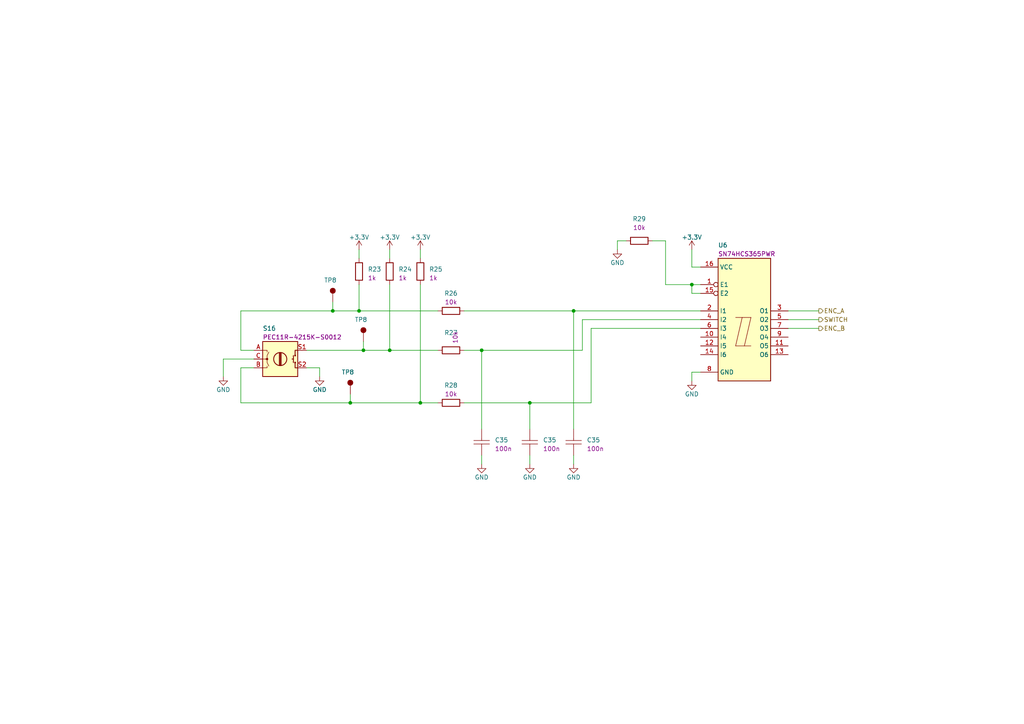
<source format=kicad_sch>
(kicad_sch (version 20230121) (generator eeschema)
  (paper "A4")
  (lib_symbols
    (symbol "KD_Capacitor:C_0603_100n_X7R_50V" (pin_numbers hide) (pin_names hide)
      (property "Reference" "C" (at 2.54 1.27 0))
      (property "Code" "100n" (at 2.54 -1.27 0))
      (symbol "C_0603_100n_X7R_50V_0_1"
        (polyline (pts (xy -2.286 -0.508) (xy 2.286 -0.508)))
        (polyline (pts (xy -2.286 0.508) (xy 2.286 0.508)))
        (polyline (pts (xy 0 -0.508) (xy 0 -1.016)))
        (polyline (pts (xy 0 0.508) (xy 0 1.016)))
      )
      (symbol "C_0603_100n_X7R_50V_1_1"
        (pin passive line (at 0 3.81 270) (length 2.794) (name "~") (number "1"))
        (pin passive line (at 0 -3.81 90) (length 2.794) (name "~") (number "2"))
      )
    )
    (symbol "KD_Connector_Pads:TestPoint_2.5mm_Round" (pin_numbers hide) (pin_names hide)
      (property "Reference" "TP" (at 0 5.08 0))
      (symbol "TestPoint_2.5mm_Round_0_1"
        (circle (center 0 3.302) (radius 0.762) (fill (type outline)))
      )
      (symbol "TestPoint_2.5mm_Round_1_1"
        (pin passive line (at 0 0 90) (length 2.54) (name "1") (number "1"))
      )
    )
    (symbol "KD_IC_Buffer_Driver_Interface:Schmitt_6CH_SN74HCS365PWR"
      (property "Reference" "U" (at 5.08 6.35 0))
      (property "Code" "SN74HCS365PWR" (at 5.08 3.81 0))
      (symbol "Schmitt_6CH_SN74HCS365PWR_0_1"
        (polyline (pts (xy 10.16 -22.86) (xy 14.605 -22.86)))
        (polyline (pts (xy 10.16 -14.605) (xy 14.605 -14.605)))
        (polyline (pts (xy 12.065 -14.605) (xy 10.16 -22.86)))
        (polyline (pts (xy 14.605 -14.605) (xy 12.7 -22.86)))
      )
      (symbol "Schmitt_6CH_SN74HCS365PWR_1_0"
        (pin input inverted (at 0 -5.08 0) (length 5.08) (name "E1") (number "1"))
        (pin input line (at 0 -20.32 0) (length 5.08) (name "I4") (number "10"))
        (pin tri_state line (at 25.4 -22.86 180) (length 5.08) (name "O5") (number "11"))
        (pin input line (at 0 -22.86 0) (length 5.08) (name "I5") (number "12"))
        (pin tri_state line (at 25.4 -25.4 180) (length 5.08) (name "O6") (number "13"))
        (pin input line (at 0 -25.4 0) (length 5.08) (name "I6") (number "14"))
        (pin input inverted (at 0 -7.62 0) (length 5.08) (name "E2") (number "15"))
        (pin power_in line (at 0 0 0) (length 5.08) (name "VCC") (number "16"))
        (pin input line (at 0 -12.7 0) (length 5.08) (name "I1") (number "2"))
        (pin tri_state line (at 25.4 -12.7 180) (length 5.08) (name "O1") (number "3"))
        (pin input line (at 0 -15.24 0) (length 5.08) (name "I2") (number "4"))
        (pin tri_state line (at 25.4 -15.24 180) (length 5.08) (name "O2") (number "5"))
        (pin input line (at 0 -17.78 0) (length 5.08) (name "I3") (number "6"))
        (pin tri_state line (at 25.4 -17.78 180) (length 5.08) (name "O3") (number "7"))
        (pin power_in line (at 0 -30.48 0) (length 5.08) (name "GND") (number "8"))
        (pin tri_state line (at 25.4 -20.32 180) (length 5.08) (name "O4") (number "9"))
      )
      (symbol "Schmitt_6CH_SN74HCS365PWR_1_1"
        (rectangle (start 5.08 2.54) (end 20.32 -33.02) (stroke (width 0.254)) (fill (type background)))
      )
    )
    (symbol "KD_Resistor:R_0603_10k_1%" (pin_numbers hide) (pin_names hide)
      (property "Reference" "R" (at 1.905 1.27 0))
      (property "Code" "10k" (at 1.905 -1.27 0))
      (symbol "R_0603_10k_1%_0_1"
        (rectangle (start -1.016 -2.54) (end 1.016 2.54) (stroke (width 0.254)))
      )
      (symbol "R_0603_10k_1%_1_1"
        (pin passive line (at 0 3.81 270) (length 1.27) (name "~") (number "1"))
        (pin passive line (at 0 -3.81 90) (length 1.27) (name "~") (number "2"))
      )
    )
    (symbol "KD_Resistor:R_0603_1k_1%" (pin_numbers hide) (pin_names hide)
      (property "Reference" "R" (at 1.905 1.27 0))
      (property "Code" "1k" (at 1.905 -1.27 0))
      (symbol "R_0603_1k_1%_0_1"
        (rectangle (start -1.016 -2.54) (end 1.016 2.54) (stroke (width 0.254)))
      )
      (symbol "R_0603_1k_1%_1_1"
        (pin passive line (at 0 3.81 270) (length 1.27) (name "~") (number "1"))
        (pin passive line (at 0 -3.81 90) (length 1.27) (name "~") (number "2"))
      )
    )
    (symbol "KD_Switch:Encoder_Incremental_Bourns_PEC11R-4215K-S0012" (pin_names hide)
      (property "Reference" "S" (at -5.08 8.89 0))
      (property "Value" "PEC11R-4215K-S0012" (at -5.08 6.604 0))
      (symbol "Encoder_Incremental_Bourns_PEC11R-4215K-S0012_0_1"
        (rectangle (start -5.08 5.08) (end 5.08 -5.08) (stroke (width 0.254)) (fill (type background)))
        (circle (center -3.81 0) (radius 0.254) (fill (type outline)))
        (polyline (pts (xy -0.254 -1.778) (xy -0.254 1.778)) (stroke (width 0.254)))
        (polyline (pts (xy 0 -1.778) (xy 0 1.778)) (stroke (width 0.254)))
        (polyline (pts (xy 0.254 1.778) (xy 0.254 -1.778)) (stroke (width 0.254)))
        (polyline (pts (xy 3.81 0) (xy 3.429 0)) (stroke (width 0.254)))
        (polyline (pts (xy 3.81 1.016) (xy 3.81 -1.016)) (stroke (width 0.254)))
        (polyline (pts (xy -5.08 -2.54) (xy -3.81 -2.54) (xy -3.81 -2.032)))
        (polyline (pts (xy -5.08 2.54) (xy -3.81 2.54) (xy -3.81 2.032)))
        (polyline (pts (xy 5.08 -2.54) (xy 4.318 -2.54) (xy 4.318 -1.016)) (stroke (width 0.254)))
        (polyline (pts (xy 5.08 2.54) (xy 4.318 2.54) (xy 4.318 1.016)) (stroke (width 0.254)))
        (polyline (pts (xy -5.08 0) (xy -3.81 0) (xy -3.81 -1.016) (xy -3.302 -2.032)))
        (polyline (pts (xy -4.318 0) (xy -3.81 0) (xy -3.81 1.016) (xy -3.302 2.032)))
        (circle (center 0 0) (radius 1.905) (stroke (width 0.254)))
        (circle (center 4.318 -1.016) (radius 0.127) (stroke (width 0.254)))
        (circle (center 4.318 1.016) (radius 0.127) (stroke (width 0.254)))
      )
      (symbol "Encoder_Incremental_Bourns_PEC11R-4215K-S0012_1_1"
        (pin passive line (at -7.62 2.54 0) (length 2.54) (name "A") (number "A"))
        (pin passive line (at -7.62 -2.54 0) (length 2.54) (name "B") (number "B"))
        (pin passive line (at -7.62 0 0) (length 2.54) (name "C") (number "C"))
        (pin passive line (at 7.62 2.54 180) (length 2.54) (name "S1") (number "S1"))
        (pin passive line (at 7.62 -2.54 180) (length 2.54) (name "S2") (number "S2"))
      )
    )
    (symbol "power:+3.3V" (power) (pin_names (offset 0))
      (property "Value" "+3.3V" (at 0 3.556 0))
      (symbol "+3.3V_0_1"
        (polyline (pts (xy -0.762 1.27) (xy 0 2.54)))
        (polyline (pts (xy 0 0) (xy 0 2.54)))
        (polyline (pts (xy 0 2.54) (xy 0.762 1.27)))
      )
      (symbol "+3.3V_1_1"
        (pin power_in line (at 0 0 90) (length 0) hide (name "+3.3V") (number "1"))
      )
    )
    (symbol "power:GND" (power) (pin_names (offset 0))
      (property "Value" "GND" (at 0 -3.81 0))
      (symbol "GND_0_1"
        (polyline (pts (xy 0 0) (xy 0 -1.27) (xy 1.27 -1.27) (xy 0 -2.54) (xy -1.27 -1.27) (xy 0 -1.27)))
      )
      (symbol "GND_1_1"
        (pin power_in line (at 0 0 270) (length 0) hide (name "GND") (number "1"))
      )
    )
  )
  (junction (at 113.03 101.6))
  (junction (at 101.6 116.84))
  (junction (at 96.52 90.17))
  (junction (at 139.7 101.6))
  (junction (at 200.66 82.55))
  (junction (at 105.41 101.6))
  (junction (at 104.14 90.17))
  (junction (at 153.67 116.84))
  (junction (at 121.92 116.84))
  (junction (at 166.37 90.17))
  (wire (pts (xy 139.7 132.08) (xy 139.7 134.62)))
  (wire (pts (xy 153.67 132.08) (xy 153.67 134.62)))
  (wire (pts (xy 121.92 116.84) (xy 127 116.84)))
  (wire (pts (xy 200.66 77.47) (xy 203.2 77.47)))
  (wire (pts (xy 134.62 116.84) (xy 153.67 116.84)))
  (wire (pts (xy 73.66 106.68) (xy 69.85 106.68)))
  (wire (pts (xy 237.49 95.25) (xy 228.6 95.25)))
  (wire (pts (xy 134.62 101.6) (xy 139.7 101.6)))
  (wire (pts (xy 237.49 90.17) (xy 228.6 90.17)))
  (wire (pts (xy 69.85 106.68) (xy 69.85 116.84)))
  (wire (pts (xy 166.37 90.17) (xy 166.37 124.46)))
  (wire (pts (xy 139.7 101.6) (xy 168.91 101.6)))
  (wire (pts (xy 92.71 106.68) (xy 92.71 109.22)))
  (wire (pts (xy 73.66 101.6) (xy 69.85 101.6)))
  (wire (pts (xy 179.07 69.85) (xy 179.07 72.39)))
  (wire (pts (xy 73.66 104.14) (xy 64.77 104.14)))
  (wire (pts (xy 168.91 92.71) (xy 203.2 92.71)))
  (wire (pts (xy 171.45 116.84) (xy 171.45 95.25)))
  (wire (pts (xy 237.49 92.71) (xy 228.6 92.71)))
  (wire (pts (xy 69.85 90.17) (xy 96.52 90.17)))
  (wire (pts (xy 203.2 107.95) (xy 200.66 107.95)))
  (wire (pts (xy 200.66 82.55) (xy 203.2 82.55)))
  (wire (pts (xy 88.9 106.68) (xy 92.71 106.68)))
  (wire (pts (xy 113.03 82.55) (xy 113.03 101.6)))
  (wire (pts (xy 96.52 87.63) (xy 96.52 90.17)))
  (wire (pts (xy 121.92 72.39) (xy 121.92 74.93)))
  (wire (pts (xy 105.41 99.06) (xy 105.41 101.6)))
  (wire (pts (xy 193.04 69.85) (xy 193.04 82.55)))
  (wire (pts (xy 171.45 95.25) (xy 203.2 95.25)))
  (wire (pts (xy 200.66 85.09) (xy 200.66 82.55)))
  (wire (pts (xy 193.04 82.55) (xy 200.66 82.55)))
  (wire (pts (xy 181.61 69.85) (xy 179.07 69.85)))
  (wire (pts (xy 96.52 90.17) (xy 104.14 90.17)))
  (wire (pts (xy 166.37 90.17) (xy 203.2 90.17)))
  (wire (pts (xy 139.7 101.6) (xy 139.7 124.46)))
  (wire (pts (xy 134.62 90.17) (xy 166.37 90.17)))
  (wire (pts (xy 69.85 116.84) (xy 101.6 116.84)))
  (wire (pts (xy 168.91 101.6) (xy 168.91 92.71)))
  (wire (pts (xy 153.67 116.84) (xy 171.45 116.84)))
  (wire (pts (xy 200.66 72.39) (xy 200.66 77.47)))
  (wire (pts (xy 113.03 72.39) (xy 113.03 74.93)))
  (wire (pts (xy 113.03 101.6) (xy 127 101.6)))
  (wire (pts (xy 104.14 82.55) (xy 104.14 90.17)))
  (wire (pts (xy 203.2 85.09) (xy 200.66 85.09)))
  (wire (pts (xy 200.66 107.95) (xy 200.66 110.49)))
  (wire (pts (xy 121.92 82.55) (xy 121.92 116.84)))
  (wire (pts (xy 64.77 104.14) (xy 64.77 109.22)))
  (wire (pts (xy 101.6 116.84) (xy 121.92 116.84)))
  (wire (pts (xy 153.67 116.84) (xy 153.67 124.46)))
  (wire (pts (xy 189.23 69.85) (xy 193.04 69.85)))
  (wire (pts (xy 104.14 72.39) (xy 104.14 74.93)))
  (wire (pts (xy 166.37 132.08) (xy 166.37 134.62)))
  (wire (pts (xy 88.9 101.6) (xy 105.41 101.6)))
  (wire (pts (xy 101.6 114.3) (xy 101.6 116.84)))
  (wire (pts (xy 104.14 90.17) (xy 127 90.17)))
  (wire (pts (xy 69.85 101.6) (xy 69.85 90.17)))
  (wire (pts (xy 105.41 101.6) (xy 113.03 101.6)))
  (hierarchical_label "SWITCH" (shape output) (at 237.49 92.71 0))
  (hierarchical_label "ENC_A" (shape output) (at 237.49 90.17 0))
  (hierarchical_label "ENC_B" (shape output) (at 237.49 95.25 0))
  (symbol (lib_id "KD_Connector_Pads:TestPoint_2.5mm_Round") (at 101.6 114.3 0) (unit 1)
    (property "Reference" "TP8" (at 99.06 107.95 0) (effects (justify left)))
    (property "Value" "TestPoint_2.5mm_Round" (effects hide))
    (property "Footprint" "KD_Connector_Pads:TestPoint_Pad_D2.5mm" (effects hide))
    (property "Datasheet" "DNP" (effects hide))
    (property "Value" "TestPoint_2.5mm_Round" (effects hide))
    (property "Code" "DNP" (effects hide))
    (property "Manufacturer" "DNP" (effects hide))
    (property "MFG_PartNo" "DNP" (effects hide))
    (property "Supplier" "DNP" (effects hide))
    (property "Supplier_PartNo" "DNP" (effects hide))
    (property "DNP" "T" (effects hide))
    (property "Price" "0.00" (effects hide))
    (instances (project "000052 RCCON" (path "" (reference "TP8") (unit 1))) (project "000018 PGKB" (path "" (reference "TP15") (unit 1))))
  )
  (symbol (lib_id "power:GND") (at 139.7 134.62 0) (mirror y) (unit 1)
    (property "Reference" "#GND03" (effects hide))
    (property "Value" "GND" (at 139.7 138.43 0))
    (instances (project "000052 RCCON" (path "" (reference "#GND03") (unit 1))) (project "000018 PGKB" (path "" (reference "#GND026") (unit 1))))
  )
  (symbol (lib_id "KD_Capacitor:C_0603_100n_X7R_50V") (at 166.37 128.27 180) (unit 1)
    (property "Reference" "C35" (at 170.18 127.635 0) (effects (justify right)))
    (property "Value" "C_0603_100n_X7R_50V" (effects hide))
    (property "Footprint" "KD_Capacitor:CAPC1608X90N" (effects hide))
    (property "Datasheet" "http://www.samsungsem.com/kr/support/product-search/mlcc/CL10B104KB8NNWC.jsp" (effects hide))
    (property "Value" "C_0603_100n_X7R_50V" (effects hide))
    (property "Code" "100n" (at 170.18 130.175 0) (effects (justify right)))
    (property "Manufacturer" "Samsung" (effects hide))
    (property "MFG_PartNo" "CL10B104KB8NNWC" (effects hide))
    (property "Supplier" "Digi-Key" (effects hide))
    (property "Supplier_PartNo" "1276-1935-1-ND" (effects hide))
    (property "DNP" "F" (effects hide))
    (property "Price" "0.01" (effects hide))
    (instances (project "000052 RCCON" (path "" (reference "C35") (unit 1))) (project "000018 PGKB" (path "" (reference "C34") (unit 1))))
  )
  (symbol (lib_id "power:GND") (at 64.77 109.22 0) (mirror y) (unit 1)
    (property "Reference" "#GND03" (effects hide))
    (property "Value" "GND" (at 64.77 113.03 0))
    (instances (project "000052 RCCON" (path "" (reference "#GND03") (unit 1))) (project "000018 PGKB" (path "" (reference "#GND024") (unit 1))))
  )
  (symbol (lib_id "power:+3.3V") (at 104.14 72.39 0) (unit 1)
    (property "Reference" "#PWR010" (effects hide))
    (property "Value" "+3.3V" (at 104.14 68.834 0))
    (instances (project "000018 PGKB" (path "" (reference "#PWR024") (unit 1))))
  )
  (symbol (lib_id "power:GND") (at 179.07 72.39 0) (mirror y) (unit 1)
    (property "Reference" "#GND03" (effects hide))
    (property "Value" "GND" (at 179.07 76.2 0))
    (instances (project "000052 RCCON" (path "" (reference "#GND03") (unit 1))) (project "000018 PGKB" (path "" (reference "#GND029") (unit 1))))
  )
  (symbol (lib_id "KD_Connector_Pads:TestPoint_2.5mm_Round") (at 96.52 87.63 0) (unit 1)
    (property "Reference" "TP8" (at 93.98 81.28 0) (effects (justify left)))
    (property "Value" "TestPoint_2.5mm_Round" (effects hide))
    (property "Footprint" "KD_Connector_Pads:TestPoint_Pad_D2.5mm" (effects hide))
    (property "Datasheet" "DNP" (effects hide))
    (property "Value" "TestPoint_2.5mm_Round" (effects hide))
    (property "Code" "DNP" (effects hide))
    (property "Manufacturer" "DNP" (effects hide))
    (property "MFG_PartNo" "DNP" (effects hide))
    (property "Supplier" "DNP" (effects hide))
    (property "Supplier_PartNo" "DNP" (effects hide))
    (property "DNP" "T" (effects hide))
    (property "Price" "0.00" (effects hide))
    (instances (project "000052 RCCON" (path "" (reference "TP8") (unit 1))) (project "000018 PGKB" (path "" (reference "TP14") (unit 1))))
  )
  (symbol (lib_id "power:GND") (at 166.37 134.62 0) (mirror y) (unit 1)
    (property "Reference" "#GND03" (effects hide))
    (property "Value" "GND" (at 166.37 138.43 0))
    (instances (project "000052 RCCON" (path "" (reference "#GND03") (unit 1))) (project "000018 PGKB" (path "" (reference "#GND028") (unit 1))))
  )
  (symbol (lib_id "KD_Resistor:R_0603_10k_1%") (at 130.81 90.17 90) (unit 1)
    (property "Reference" "R21" (at 130.81 85.09 90))
    (property "Value" "10k" (effects hide))
    (property "Footprint" "KD_Resistor:RESC1608X55N" (effects hide))
    (property "Datasheet" "https://www.seielect.com/Catalog/SEI-RMCF_RMCP.pdf" (effects hide))
    (property "Code" "10k" (at 130.81 87.63 90))
    (property "Manufacturer" "Stackpole Electronics Inc" (effects hide))
    (property "MFG_PartNo" "RMCF0603FT10K0" (effects hide))
    (property "Supplier" "Digi-Key" (effects hide))
    (property "Supplier_PartNo" "RMCF0603FT10K0CT-ND" (effects hide))
    (property "DNP" "F" (effects hide))
    (property "Price" "0.01" (effects hide))
    (instances (project "000018 PGKB" (path "" (reference "R26") (unit 1))))
  )
  (symbol (lib_id "power:GND") (at 92.71 109.22 0) (mirror y) (unit 1)
    (property "Reference" "#GND03" (effects hide))
    (property "Value" "GND" (at 92.71 113.03 0))
    (instances (project "000052 RCCON" (path "" (reference "#GND03") (unit 1))) (project "000018 PGKB" (path "" (reference "#GND025") (unit 1))))
  )
  (symbol (lib_id "KD_Resistor:R_0603_10k_1%") (at 130.81 116.84 90) (unit 1)
    (property "Reference" "R22" (at 130.81 111.76 90))
    (property "Value" "10k" (effects hide))
    (property "Footprint" "KD_Resistor:RESC1608X55N" (effects hide))
    (property "Datasheet" "https://www.seielect.com/Catalog/SEI-RMCF_RMCP.pdf" (effects hide))
    (property "Code" "10k" (at 130.81 114.3 90))
    (property "Manufacturer" "Stackpole Electronics Inc" (effects hide))
    (property "MFG_PartNo" "RMCF0603FT10K0" (effects hide))
    (property "Supplier" "Digi-Key" (effects hide))
    (property "Supplier_PartNo" "RMCF0603FT10K0CT-ND" (effects hide))
    (property "DNP" "F" (effects hide))
    (property "Price" "0.01" (effects hide))
    (instances (project "000018 PGKB" (path "" (reference "R28") (unit 1))))
  )
  (symbol (lib_id "KD_Capacitor:C_0603_100n_X7R_50V") (at 153.67 128.27 180) (unit 1)
    (property "Reference" "C35" (at 157.48 127.635 0) (effects (justify right)))
    (property "Value" "C_0603_100n_X7R_50V" (effects hide))
    (property "Footprint" "KD_Capacitor:CAPC1608X90N" (effects hide))
    (property "Datasheet" "http://www.samsungsem.com/kr/support/product-search/mlcc/CL10B104KB8NNWC.jsp" (effects hide))
    (property "Value" "C_0603_100n_X7R_50V" (effects hide))
    (property "Code" "100n" (at 157.48 130.175 0) (effects (justify right)))
    (property "Manufacturer" "Samsung" (effects hide))
    (property "MFG_PartNo" "CL10B104KB8NNWC" (effects hide))
    (property "Supplier" "Digi-Key" (effects hide))
    (property "Supplier_PartNo" "1276-1935-1-ND" (effects hide))
    (property "DNP" "F" (effects hide))
    (property "Price" "0.01" (effects hide))
    (instances (project "000052 RCCON" (path "" (reference "C35") (unit 1))) (project "000018 PGKB" (path "" (reference "C33") (unit 1))))
  )
  (symbol (lib_id "KD_Resistor:R_0603_1k_1%") (at 121.92 78.74 0) (unit 1)
    (property "Reference" "R20" (at 124.46 78.105 0) (effects (justify left)))
    (property "Value" "R_0603_1k_1%" (effects hide))
    (property "Footprint" "KD_Resistor:RESC1608X55N" (effects hide))
    (property "Datasheet" "https://www.seielect.com/Catalog/SEI-RMCF_RMCP.pdf" (effects hide))
    (property "Code" "1k" (at 124.46 80.645 0) (effects (justify left)))
    (property "Manufacturer" "Stackpole Electronics Inc" (effects hide))
    (property "MFG_PartNo" "RMCF0603JT1K00" (effects hide))
    (property "Supplier" "Digi-Key" (effects hide))
    (property "Supplier_PartNo" "RMCF0603JT1K00CT-ND" (effects hide))
    (property "DNP" "F" (effects hide))
    (property "Price" "0.01" (effects hide))
    (instances (project "000018 PGKB" (path "" (reference "R25") (unit 1))))
  )
  (symbol (lib_id "power:+3.3V") (at 200.66 72.39 0) (unit 1)
    (property "Reference" "#PWR010" (effects hide))
    (property "Value" "+3.3V" (at 200.66 68.834 0))
    (instances (project "000018 PGKB" (path "" (reference "#PWR027") (unit 1))))
  )
  (symbol (lib_id "KD_IC_Buffer_Driver_Interface:Schmitt_6CH_SN74HCS365PWR") (at 203.2 77.47 0) (unit 1)
    (property "Reference" "U11" (at 208.28 71.12 0) (effects (justify left)))
    (property "Value" "SN74HCS365PWR" (effects hide))
    (property "Footprint" "KD_Package_SO:SOP65P600X150-16N" (effects hide))
    (property "Datasheet" "https://www.ti.com/lit/ds/symlink/sn74hcs365.pdf" (effects hide))
    (property "Code" "SN74HCS365PWR" (at 208.28 73.66 0) (effects (justify left)))
    (property "Manufacturer" "Texas Instruments" (effects hide))
    (property "MFG_PartNo" "SN74HCS365PWR" (effects hide))
    (property "Supplier" "Digi-Key" (effects hide))
    (property "Supplier_PartNo" "296-SN74HCS365PWRCT-ND" (effects hide))
    (property "DNP" "F" (effects hide))
    (property "Price" "0.4" (effects hide))
    (instances (project "000018 PGKB" (path "" (reference "U6") (unit 1))))
  )
  (symbol (lib_id "power:+3.3V") (at 121.92 72.39 0) (unit 1)
    (property "Reference" "#PWR010" (effects hide))
    (property "Value" "+3.3V" (at 121.92 68.834 0))
    (instances (project "000018 PGKB" (path "" (reference "#PWR026") (unit 1))))
  )
  (symbol (lib_id "KD_Switch:Encoder_Incremental_Bourns_PEC11R-4215K-S0012") (at 81.28 104.14 0) (unit 1)
    (property "Reference" "S2" (at 76.2 95.25 0) (effects (justify left)))
    (property "Value" "symbol_template" (effects hide))
    (property "Footprint" "KD_Switch:RotaryEncoder_Bourns_Vertical_PEC11R-4x15f-Sxxxx" (effects hide))
    (property "Datasheet" "https://www.bourns.com/docs/Product-Datasheets/PEC11R.pdf" (effects hide))
    (property "Code" "PEC11R-4215K-S0012" (at 76.2 97.79 0) (effects (justify left)))
    (property "Manufacturer" "Bourns Inc." (effects hide))
    (property "MFG_PartNo" "PEC11R-4215K-S0012" (effects hide))
    (property "Supplier" "Digi-Key" (effects hide))
    (property "Supplier_PartNo" "PEC11R-4215K-S0012-ND" (effects hide))
    (property "DNP" "F" (effects hide))
    (property "Price" "1.9" (effects hide))
    (instances (project "000018 PGKB" (path "" (reference "S16") (unit 1))))
  )
  (symbol (lib_id "KD_Resistor:R_0603_1k_1%") (at 104.14 78.74 0) (unit 1)
    (property "Reference" "R24" (at 106.68 78.105 0) (effects (justify left)))
    (property "Value" "R_0603_1k_1%" (effects hide))
    (property "Footprint" "KD_Resistor:RESC1608X55N" (effects hide))
    (property "Datasheet" "https://www.seielect.com/Catalog/SEI-RMCF_RMCP.pdf" (effects hide))
    (property "Code" "1k" (at 106.68 80.645 0) (effects (justify left)))
    (property "Manufacturer" "Stackpole Electronics Inc" (effects hide))
    (property "MFG_PartNo" "RMCF0603JT1K00" (effects hide))
    (property "Supplier" "Digi-Key" (effects hide))
    (property "Supplier_PartNo" "RMCF0603JT1K00CT-ND" (effects hide))
    (property "DNP" "F" (effects hide))
    (property "Price" "0.01" (effects hide))
    (instances (project "000018 PGKB" (path "" (reference "R23") (unit 1))))
  )
  (symbol (lib_id "KD_Capacitor:C_0603_100n_X7R_50V") (at 139.7 128.27 180) (unit 1)
    (property "Reference" "C35" (at 143.51 127.635 0) (effects (justify right)))
    (property "Value" "C_0603_100n_X7R_50V" (effects hide))
    (property "Footprint" "KD_Capacitor:CAPC1608X90N" (effects hide))
    (property "Datasheet" "http://www.samsungsem.com/kr/support/product-search/mlcc/CL10B104KB8NNWC.jsp" (effects hide))
    (property "Value" "C_0603_100n_X7R_50V" (effects hide))
    (property "Code" "100n" (at 143.51 130.175 0) (effects (justify right)))
    (property "Manufacturer" "Samsung" (effects hide))
    (property "MFG_PartNo" "CL10B104KB8NNWC" (effects hide))
    (property "Supplier" "Digi-Key" (effects hide))
    (property "Supplier_PartNo" "1276-1935-1-ND" (effects hide))
    (property "DNP" "F" (effects hide))
    (property "Price" "0.01" (effects hide))
    (instances (project "000052 RCCON" (path "" (reference "C35") (unit 1))) (project "000018 PGKB" (path "" (reference "C32") (unit 1))))
  )
  (symbol (lib_id "power:+3.3V") (at 113.03 72.39 0) (unit 1)
    (property "Reference" "#PWR010" (effects hide))
    (property "Value" "+3.3V" (at 113.03 68.834 0))
    (instances (project "000018 PGKB" (path "" (reference "#PWR025") (unit 1))))
  )
  (symbol (lib_id "KD_Resistor:R_0603_10k_1%") (at 185.42 69.85 90) (unit 1)
    (property "Reference" "R26" (at 185.42 63.5 90))
    (property "Value" "10k" (effects hide))
    (property "Footprint" "KD_Resistor:RESC1608X55N" (effects hide))
    (property "Datasheet" "https://www.seielect.com/Catalog/SEI-RMCF_RMCP.pdf" (effects hide))
    (property "Code" "10k" (at 185.42 66.04 90))
    (property "Manufacturer" "Stackpole Electronics Inc" (effects hide))
    (property "MFG_PartNo" "RMCF0603FT10K0" (effects hide))
    (property "Supplier" "Digi-Key" (effects hide))
    (property "Supplier_PartNo" "RMCF0603FT10K0CT-ND" (effects hide))
    (property "DNP" "F" (effects hide))
    (property "Price" "0.01" (effects hide))
    (instances (project "000018 PGKB" (path "" (reference "R29") (unit 1))))
  )
  (symbol (lib_id "KD_Connector_Pads:TestPoint_2.5mm_Round") (at 105.41 99.06 0) (unit 1)
    (property "Reference" "TP8" (at 102.87 92.71 0) (effects (justify left)))
    (property "Value" "TestPoint_2.5mm_Round" (effects hide))
    (property "Footprint" "KD_Connector_Pads:TestPoint_Pad_D2.5mm" (effects hide))
    (property "Datasheet" "DNP" (effects hide))
    (property "Value" "TestPoint_2.5mm_Round" (effects hide))
    (property "Code" "DNP" (effects hide))
    (property "Manufacturer" "DNP" (effects hide))
    (property "MFG_PartNo" "DNP" (effects hide))
    (property "Supplier" "DNP" (effects hide))
    (property "Supplier_PartNo" "DNP" (effects hide))
    (property "DNP" "T" (effects hide))
    (property "Price" "0.00" (effects hide))
    (instances (project "000052 RCCON" (path "" (reference "TP8") (unit 1))) (project "000018 PGKB" (path "" (reference "TP16") (unit 1))))
  )
  (symbol (lib_id "power:GND") (at 153.67 134.62 0) (mirror y) (unit 1)
    (property "Reference" "#GND03" (effects hide))
    (property "Value" "GND" (at 153.67 138.43 0))
    (instances (project "000052 RCCON" (path "" (reference "#GND03") (unit 1))) (project "000018 PGKB" (path "" (reference "#GND027") (unit 1))))
  )
  (symbol (lib_id "power:GND") (at 200.66 110.49 0) (mirror y) (unit 1)
    (property "Reference" "#GND03" (effects hide))
    (property "Value" "GND" (at 200.66 114.3 0))
    (instances (project "000052 RCCON" (path "" (reference "#GND03") (unit 1))) (project "000018 PGKB" (path "" (reference "#GND030") (unit 1))))
  )
  (symbol (lib_id "KD_Resistor:R_0603_10k_1%") (at 130.81 101.6 90) (unit 1)
    (property "Reference" "R19" (at 130.81 96.52 90))
    (property "Value" "10k" (effects hide))
    (property "Footprint" "KD_Resistor:RESC1608X55N" (effects hide))
    (property "Datasheet" "https://www.seielect.com/Catalog/SEI-RMCF_RMCP.pdf" (effects hide))
    (property "Code" "10k" (at 132.08 99.695 0) (effects (justify left)))
    (property "Manufacturer" "Stackpole Electronics Inc" (effects hide))
    (property "MFG_PartNo" "RMCF0603FT10K0" (effects hide))
    (property "Supplier" "Digi-Key" (effects hide))
    (property "Supplier_PartNo" "RMCF0603FT10K0CT-ND" (effects hide))
    (property "DNP" "F" (effects hide))
    (property "Price" "0.01" (effects hide))
    (instances (project "000018 PGKB" (path "" (reference "R27") (unit 1))))
  )
  (symbol (lib_id "KD_Resistor:R_0603_1k_1%") (at 113.03 78.74 0) (unit 1)
    (property "Reference" "R23" (at 115.57 78.105 0) (effects (justify left)))
    (property "Value" "R_0603_1k_1%" (effects hide))
    (property "Footprint" "KD_Resistor:RESC1608X55N" (effects hide))
    (property "Datasheet" "https://www.seielect.com/Catalog/SEI-RMCF_RMCP.pdf" (effects hide))
    (property "Code" "1k" (at 115.57 80.645 0) (effects (justify left)))
    (property "Manufacturer" "Stackpole Electronics Inc" (effects hide))
    (property "MFG_PartNo" "RMCF0603JT1K00" (effects hide))
    (property "Supplier" "Digi-Key" (effects hide))
    (property "Supplier_PartNo" "RMCF0603JT1K00CT-ND" (effects hide))
    (property "DNP" "F" (effects hide))
    (property "Price" "0.01" (effects hide))
    (instances (project "000018 PGKB" (path "" (reference "R24") (unit 1))))
  )
)
</source>
